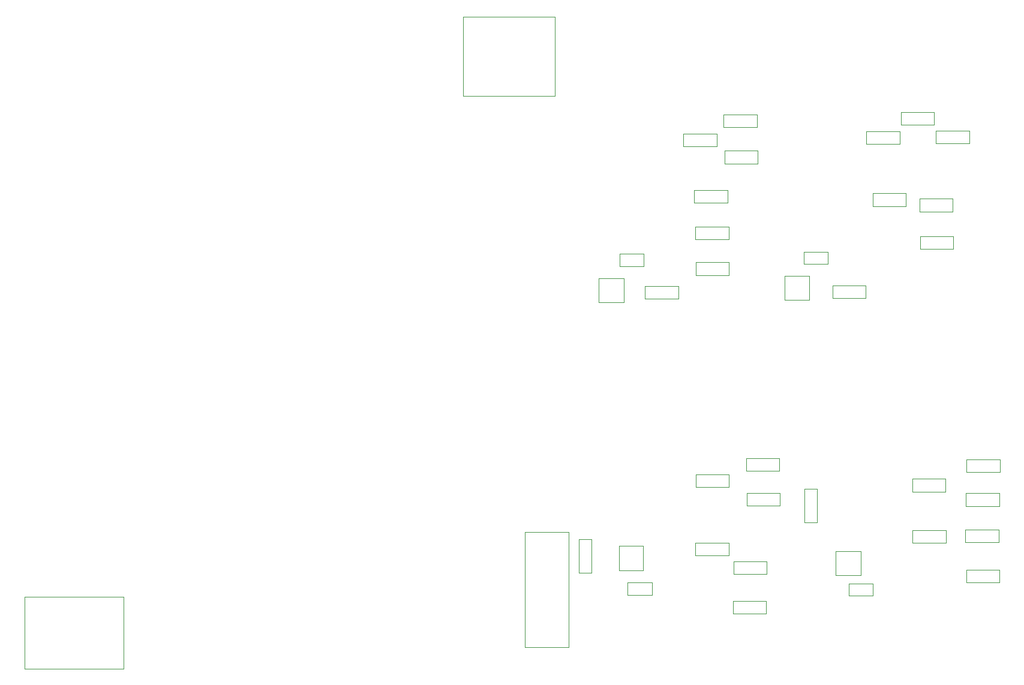
<source format=gbr>
G04 #@! TF.FileFunction,Other,User*
%FSLAX46Y46*%
G04 Gerber Fmt 4.6, Leading zero omitted, Abs format (unit mm)*
G04 Created by KiCad (PCBNEW 4.0.7-e2-6376~58~ubuntu16.04.1) date Wed Jul 25 13:51:57 2018*
%MOMM*%
%LPD*%
G01*
G04 APERTURE LIST*
%ADD10C,0.100000*%
%ADD11C,0.050000*%
G04 APERTURE END LIST*
D10*
D11*
X123760000Y-122060000D02*
X123760000Y-132140000D01*
X123760000Y-132140000D02*
X109760000Y-132140000D01*
X109760000Y-132140000D02*
X109760000Y-122060000D01*
X109760000Y-122060000D02*
X123760000Y-122060000D01*
X186540000Y-112870000D02*
X186540000Y-129170000D01*
X186540000Y-129170000D02*
X180390000Y-129170000D01*
X180390000Y-129170000D02*
X180390000Y-112870000D01*
X180390000Y-112870000D02*
X186540000Y-112870000D01*
X184610200Y-51319500D02*
X184610200Y-40129500D01*
X184610200Y-51319500D02*
X171670200Y-51319500D01*
X171670200Y-40129500D02*
X184610200Y-40129500D01*
X171670200Y-40129500D02*
X171670200Y-51319500D01*
X197053780Y-114788640D02*
X193653780Y-114788640D01*
X193653780Y-114788640D02*
X193653780Y-118288640D01*
X193653780Y-118288640D02*
X197053780Y-118288640D01*
X197053780Y-118288640D02*
X197053780Y-114788640D01*
X224250000Y-115600000D02*
X224250000Y-119000000D01*
X224250000Y-119000000D02*
X227750000Y-119000000D01*
X227750000Y-119000000D02*
X227750000Y-115600000D01*
X227750000Y-115600000D02*
X224250000Y-115600000D01*
X194307240Y-80473920D02*
X194307240Y-77073920D01*
X194307240Y-77073920D02*
X190807240Y-77073920D01*
X190807240Y-77073920D02*
X190807240Y-80473920D01*
X190807240Y-80473920D02*
X194307240Y-80473920D01*
X220537820Y-80090380D02*
X220537820Y-76690380D01*
X220537820Y-76690380D02*
X217037820Y-76690380D01*
X217037820Y-76690380D02*
X217037820Y-80090380D01*
X217037820Y-80090380D02*
X220537820Y-80090380D01*
X198293300Y-121749340D02*
X198293300Y-119989340D01*
X194893300Y-121749340D02*
X198293300Y-121749340D01*
X194893300Y-119989340D02*
X194893300Y-121749340D01*
X198293300Y-119989340D02*
X194893300Y-119989340D01*
X197122360Y-75333380D02*
X197122360Y-73573380D01*
X193722360Y-75333380D02*
X197122360Y-75333380D01*
X193722360Y-73573380D02*
X193722360Y-75333380D01*
X197122360Y-73573380D02*
X193722360Y-73573380D01*
X229497200Y-121889040D02*
X229497200Y-120129040D01*
X226097200Y-121889040D02*
X229497200Y-121889040D01*
X226097200Y-120129040D02*
X226097200Y-121889040D01*
X229497200Y-120129040D02*
X226097200Y-120129040D01*
X223172600Y-75069220D02*
X223172600Y-73309220D01*
X219772600Y-75069220D02*
X223172600Y-75069220D01*
X219772600Y-73309220D02*
X219772600Y-75069220D01*
X223172600Y-73309220D02*
X219772600Y-73309220D01*
X209150000Y-114400000D02*
X204450000Y-114400000D01*
X209150000Y-114400000D02*
X209150000Y-116200000D01*
X204450000Y-116200000D02*
X204450000Y-114400000D01*
X204450000Y-116200000D02*
X209150000Y-116200000D01*
X208968680Y-64635440D02*
X204268680Y-64635440D01*
X208968680Y-64635440D02*
X208968680Y-66435440D01*
X204268680Y-66435440D02*
X204268680Y-64635440D01*
X204268680Y-66435440D02*
X208968680Y-66435440D01*
X239801740Y-112638900D02*
X235101740Y-112638900D01*
X239801740Y-112638900D02*
X239801740Y-114438900D01*
X235101740Y-114438900D02*
X235101740Y-112638900D01*
X235101740Y-114438900D02*
X239801740Y-114438900D01*
X234170560Y-65082480D02*
X229470560Y-65082480D01*
X234170560Y-65082480D02*
X234170560Y-66882480D01*
X229470560Y-66882480D02*
X229470560Y-65082480D01*
X229470560Y-66882480D02*
X234170560Y-66882480D01*
X209179500Y-104724260D02*
X204479500Y-104724260D01*
X209179500Y-104724260D02*
X209179500Y-106524260D01*
X204479500Y-106524260D02*
X204479500Y-104724260D01*
X204479500Y-106524260D02*
X209179500Y-106524260D01*
X207465000Y-56619200D02*
X202765000Y-56619200D01*
X207465000Y-56619200D02*
X207465000Y-58419200D01*
X202765000Y-58419200D02*
X202765000Y-56619200D01*
X202765000Y-58419200D02*
X207465000Y-58419200D01*
X239761100Y-105369420D02*
X235061100Y-105369420D01*
X239761100Y-105369420D02*
X239761100Y-107169420D01*
X235061100Y-107169420D02*
X235061100Y-105369420D01*
X235061100Y-107169420D02*
X239761100Y-107169420D01*
X233276480Y-56309320D02*
X228576480Y-56309320D01*
X233276480Y-56309320D02*
X233276480Y-58109320D01*
X228576480Y-58109320D02*
X228576480Y-56309320D01*
X228576480Y-58109320D02*
X233276480Y-58109320D01*
X209136320Y-69776400D02*
X204436320Y-69776400D01*
X209136320Y-69776400D02*
X209136320Y-71576400D01*
X204436320Y-71576400D02*
X204436320Y-69776400D01*
X204436320Y-71576400D02*
X209136320Y-71576400D01*
X242543940Y-114344920D02*
X247243940Y-114344920D01*
X242543940Y-114344920D02*
X242543940Y-112544920D01*
X247243940Y-112544920D02*
X247243940Y-114344920D01*
X247243940Y-112544920D02*
X242543940Y-112544920D01*
X209800800Y-118822940D02*
X214500800Y-118822940D01*
X209800800Y-118822940D02*
X209800800Y-117022940D01*
X214500800Y-117022940D02*
X214500800Y-118822940D01*
X214500800Y-117022940D02*
X209800800Y-117022940D01*
X236064400Y-67639400D02*
X240764400Y-67639400D01*
X236064400Y-67639400D02*
X236064400Y-65839400D01*
X240764400Y-65839400D02*
X240764400Y-67639400D01*
X240764400Y-65839400D02*
X236064400Y-65839400D01*
X209192200Y-74805600D02*
X204492200Y-74805600D01*
X209192200Y-74805600D02*
X209192200Y-76605600D01*
X204492200Y-76605600D02*
X204492200Y-74805600D01*
X204492200Y-76605600D02*
X209192200Y-76605600D01*
X242653160Y-119986260D02*
X247353160Y-119986260D01*
X242653160Y-119986260D02*
X242653160Y-118186260D01*
X247353160Y-118186260D02*
X247353160Y-119986260D01*
X247353160Y-118186260D02*
X242653160Y-118186260D01*
X209716980Y-124410940D02*
X214416980Y-124410940D01*
X209716980Y-124410940D02*
X209716980Y-122610940D01*
X214416980Y-122610940D02*
X214416980Y-124410940D01*
X214416980Y-122610940D02*
X209716980Y-122610940D01*
X236140600Y-72897200D02*
X240840600Y-72897200D01*
X236140600Y-72897200D02*
X236140600Y-71097200D01*
X240840600Y-71097200D02*
X240840600Y-72897200D01*
X240840600Y-71097200D02*
X236140600Y-71097200D01*
X208550000Y-60850000D02*
X213250000Y-60850000D01*
X208550000Y-60850000D02*
X208550000Y-59050000D01*
X213250000Y-59050000D02*
X213250000Y-60850000D01*
X213250000Y-59050000D02*
X208550000Y-59050000D01*
X242691260Y-104403360D02*
X247391260Y-104403360D01*
X242691260Y-104403360D02*
X242691260Y-102603360D01*
X247391260Y-102603360D02*
X247391260Y-104403360D01*
X247391260Y-102603360D02*
X242691260Y-102603360D01*
X238400000Y-58000000D02*
X243100000Y-58000000D01*
X238400000Y-58000000D02*
X238400000Y-56200000D01*
X243100000Y-56200000D02*
X243100000Y-58000000D01*
X243100000Y-56200000D02*
X238400000Y-56200000D01*
X208400000Y-55725000D02*
X213100000Y-55725000D01*
X208400000Y-55725000D02*
X208400000Y-53925000D01*
X213100000Y-53925000D02*
X213100000Y-55725000D01*
X213100000Y-53925000D02*
X208400000Y-53925000D01*
X242615060Y-109203960D02*
X247315060Y-109203960D01*
X242615060Y-109203960D02*
X242615060Y-107403960D01*
X247315060Y-107403960D02*
X247315060Y-109203960D01*
X247315060Y-107403960D02*
X242615060Y-107403960D01*
X211675000Y-109150000D02*
X216375000Y-109150000D01*
X211675000Y-109150000D02*
X211675000Y-107350000D01*
X216375000Y-107350000D02*
X216375000Y-109150000D01*
X216375000Y-107350000D02*
X211675000Y-107350000D01*
X238125000Y-53575000D02*
X233425000Y-53575000D01*
X238125000Y-53575000D02*
X238125000Y-55375000D01*
X233425000Y-55375000D02*
X233425000Y-53575000D01*
X233425000Y-55375000D02*
X238125000Y-55375000D01*
X188004720Y-113924480D02*
X188004720Y-118624480D01*
X188004720Y-113924480D02*
X189804720Y-113924480D01*
X189804720Y-118624480D02*
X188004720Y-118624480D01*
X189804720Y-118624480D02*
X189804720Y-113924480D01*
X219828380Y-106799780D02*
X219828380Y-111499780D01*
X219828380Y-106799780D02*
X221628380Y-106799780D01*
X221628380Y-111499780D02*
X219828380Y-111499780D01*
X221628380Y-111499780D02*
X221628380Y-106799780D01*
X202011620Y-78130460D02*
X197311620Y-78130460D01*
X202011620Y-78130460D02*
X202011620Y-79930460D01*
X197311620Y-79930460D02*
X197311620Y-78130460D01*
X197311620Y-79930460D02*
X202011620Y-79930460D01*
X228496200Y-78082200D02*
X223796200Y-78082200D01*
X228496200Y-78082200D02*
X228496200Y-79882200D01*
X223796200Y-79882200D02*
X223796200Y-78082200D01*
X223796200Y-79882200D02*
X228496200Y-79882200D01*
X211604200Y-104225560D02*
X216304200Y-104225560D01*
X211604200Y-104225560D02*
X211604200Y-102425560D01*
X216304200Y-102425560D02*
X216304200Y-104225560D01*
X216304200Y-102425560D02*
X211604200Y-102425560D01*
M02*

</source>
